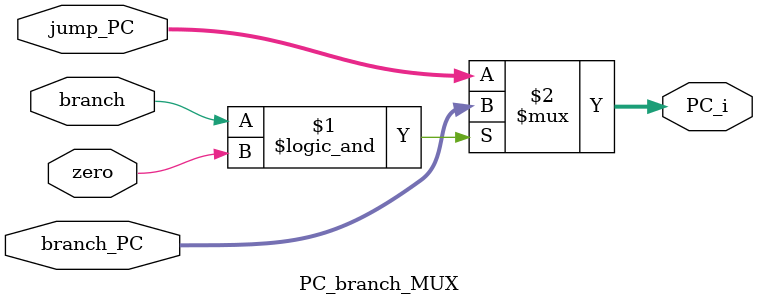
<source format=v>
`timescale 1ns / 1ps
module PC_branch_MUX(branch, zero, jump_PC, branch_PC, PC_i);
//input signals
input wire branch;
input wire zero;
input wire [31:0] jump_PC;
input wire [31:0] branch_PC;

//output signals
output [31:0] PC_i;

assign PC_i = (branch && zero) ? branch_PC : jump_PC;

endmodule

</source>
